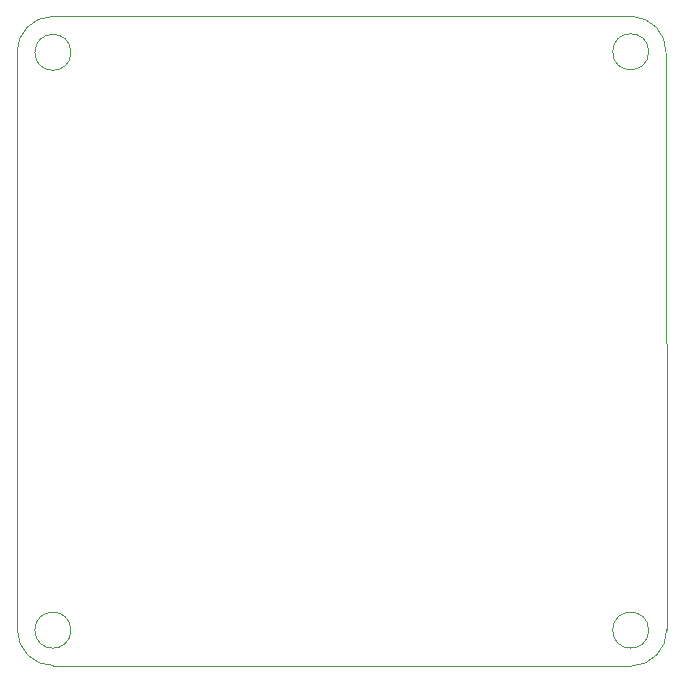
<source format=gbp>
G04 #@! TF.GenerationSoftware,KiCad,Pcbnew,(6.0.11)*
G04 #@! TF.CreationDate,2023-03-02T01:09:38+03:00*
G04 #@! TF.ProjectId,Device-1,44657669-6365-42d3-912e-6b696361645f,rev?*
G04 #@! TF.SameCoordinates,Original*
G04 #@! TF.FileFunction,Paste,Bot*
G04 #@! TF.FilePolarity,Positive*
%FSLAX46Y46*%
G04 Gerber Fmt 4.6, Leading zero omitted, Abs format (unit mm)*
G04 Created by KiCad (PCBNEW (6.0.11)) date 2023-03-02 01:09:38*
%MOMM*%
%LPD*%
G01*
G04 APERTURE LIST*
G04 #@! TA.AperFunction,Profile*
%ADD10C,0.100000*%
G04 #@! TD*
G04 APERTURE END LIST*
D10*
X12954000Y-16002000D02*
X13004370Y-64922400D01*
X66447246Y-64922400D02*
G75*
G03*
X66447246Y-64922400I-1524846J0D01*
G01*
X64973200Y-67970400D02*
G75*
G03*
X67970400Y-64871600I-50800J3048000D01*
G01*
X66447246Y-15951200D02*
G75*
G03*
X66447246Y-15951200I-1524846J0D01*
G01*
X16052800Y-67919600D02*
X64973200Y-67970400D01*
X17526846Y-64922400D02*
G75*
G03*
X17526846Y-64922400I-1524846J0D01*
G01*
X13004370Y-64922400D02*
G75*
G03*
X16052800Y-67919600I2997630J0D01*
G01*
X67919656Y-16051109D02*
G75*
G03*
X65024000Y-12954001I-2997256J99909D01*
G01*
X67970400Y-64871600D02*
X67919656Y-16051109D01*
X17526000Y-16002000D02*
G75*
G03*
X17526000Y-16002000I-1524000J0D01*
G01*
X65024000Y-12954001D02*
X16002000Y-12954000D01*
X16002000Y-12954000D02*
G75*
G03*
X12954000Y-16002000I0J-3048000D01*
G01*
M02*

</source>
